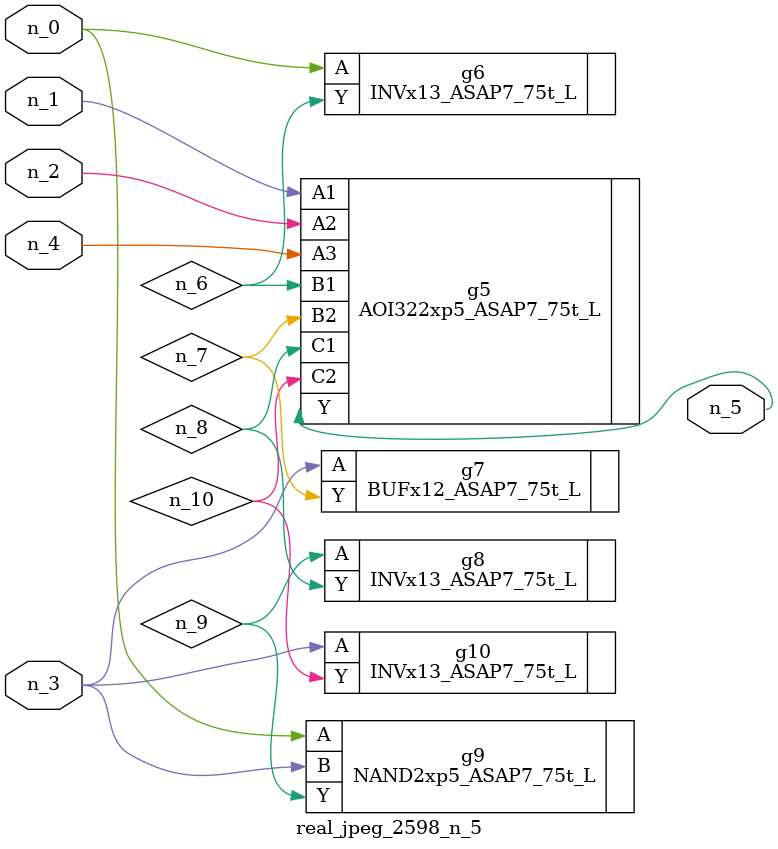
<source format=v>
module real_jpeg_2598_n_5 (n_4, n_0, n_1, n_2, n_3, n_5);

input n_4;
input n_0;
input n_1;
input n_2;
input n_3;

output n_5;

wire n_8;
wire n_6;
wire n_7;
wire n_10;
wire n_9;

INVx13_ASAP7_75t_L g6 ( 
.A(n_0),
.Y(n_6)
);

NAND2xp5_ASAP7_75t_L g9 ( 
.A(n_0),
.B(n_3),
.Y(n_9)
);

AOI322xp5_ASAP7_75t_L g5 ( 
.A1(n_1),
.A2(n_2),
.A3(n_4),
.B1(n_6),
.B2(n_7),
.C1(n_8),
.C2(n_10),
.Y(n_5)
);

BUFx12_ASAP7_75t_L g7 ( 
.A(n_3),
.Y(n_7)
);

INVx13_ASAP7_75t_L g10 ( 
.A(n_3),
.Y(n_10)
);

INVx13_ASAP7_75t_L g8 ( 
.A(n_9),
.Y(n_8)
);


endmodule
</source>
